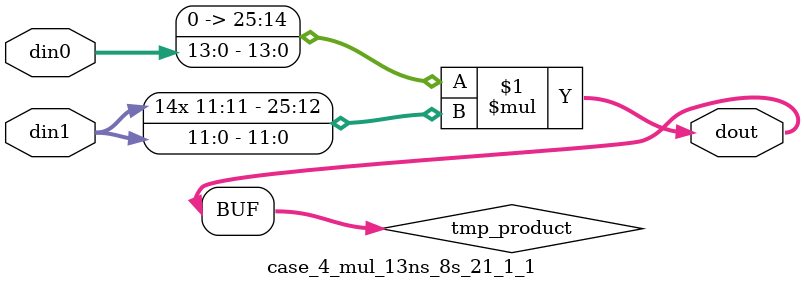
<source format=v>

`timescale 1 ns / 1 ps

 (* use_dsp = "no" *)  module case_4_mul_13ns_8s_21_1_1(din0, din1, dout);
parameter ID = 1;
parameter NUM_STAGE = 0;
parameter din0_WIDTH = 14;
parameter din1_WIDTH = 12;
parameter dout_WIDTH = 26;

input [din0_WIDTH - 1 : 0] din0; 
input [din1_WIDTH - 1 : 0] din1; 
output [dout_WIDTH - 1 : 0] dout;

wire signed [dout_WIDTH - 1 : 0] tmp_product;

























assign tmp_product = $signed({1'b0, din0}) * $signed(din1);










assign dout = tmp_product;





















endmodule

</source>
